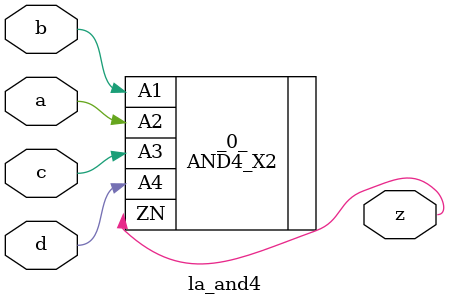
<source format=v>
/* Generated by Yosys 0.37 (git sha1 a5c7f69ed, clang 14.0.0-1ubuntu1.1 -fPIC -Os) */

module la_and4(a, b, c, d, z);
  input a;
  wire a;
  input b;
  wire b;
  input c;
  wire c;
  input d;
  wire d;
  output z;
  wire z;
  AND4_X2 _0_ (
    .A1(b),
    .A2(a),
    .A3(c),
    .A4(d),
    .ZN(z)
  );
endmodule

</source>
